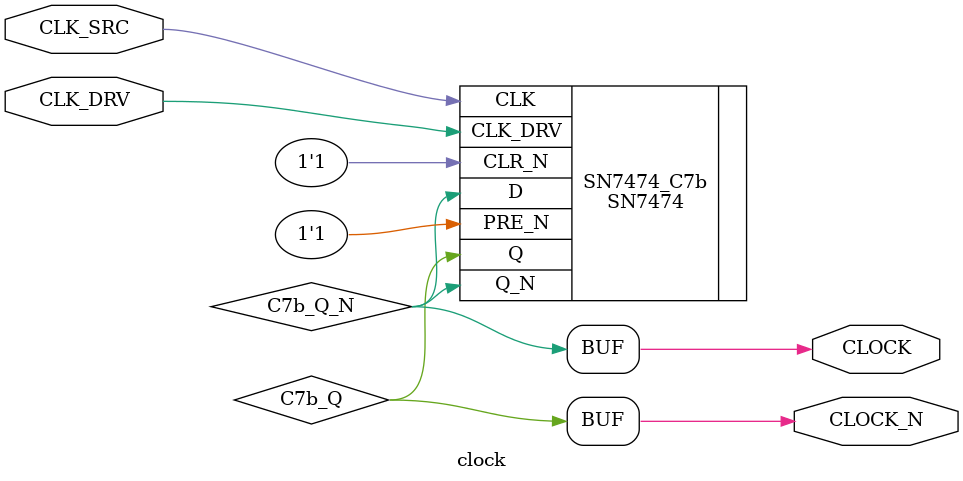
<source format=sv>
/*
 * Clock
 */
module clock(
  input  logic CLK_DRV, CLK_SRC,
  output logic CLOCK, CLOCK_N
);
  logic C7b_Q, C7b_Q_N;

  SN7474 SN7474_C7b(
    .CLK_DRV,
    .CLK(CLK_SRC),
    .PRE_N(1'b1),
    .CLR_N(1'b1),
    .D(C7b_Q_N),
    .Q(C7b_Q), .Q_N(C7b_Q_N)
  );

  assign CLOCK   = C7b_Q_N;
  assign CLOCK_N = C7b_Q;

endmodule

</source>
